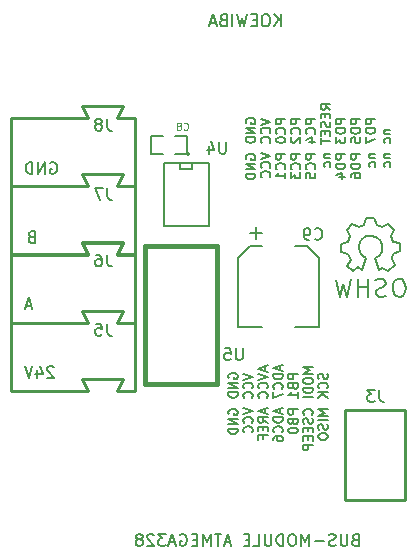
<source format=gbr>
G04 #@! TF.FileFunction,Legend,Bot*
%FSLAX46Y46*%
G04 Gerber Fmt 4.6, Leading zero omitted, Abs format (unit mm)*
G04 Created by KiCad (PCBNEW (2015-08-30 BZR 6133)-product) date Fr 30 Okt 2015 20:46:54 CET*
%MOMM*%
G01*
G04 APERTURE LIST*
%ADD10C,0.100000*%
%ADD11C,0.150000*%
%ADD12C,0.200000*%
%ADD13C,0.254000*%
%ADD14C,0.127000*%
%ADD15C,0.203200*%
%ADD16C,0.381000*%
%ADD17C,0.101600*%
G04 APERTURE END LIST*
D10*
D11*
X103001190Y-78462381D02*
X103001190Y-77462381D01*
X102429761Y-78462381D02*
X102858333Y-77890952D01*
X102429761Y-77462381D02*
X103001190Y-78033810D01*
X101810714Y-77462381D02*
X101620237Y-77462381D01*
X101524999Y-77510000D01*
X101429761Y-77605238D01*
X101382142Y-77795714D01*
X101382142Y-78129048D01*
X101429761Y-78319524D01*
X101524999Y-78414762D01*
X101620237Y-78462381D01*
X101810714Y-78462381D01*
X101905952Y-78414762D01*
X102001190Y-78319524D01*
X102048809Y-78129048D01*
X102048809Y-77795714D01*
X102001190Y-77605238D01*
X101905952Y-77510000D01*
X101810714Y-77462381D01*
X100953571Y-77938571D02*
X100620237Y-77938571D01*
X100477380Y-78462381D02*
X100953571Y-78462381D01*
X100953571Y-77462381D01*
X100477380Y-77462381D01*
X100144047Y-77462381D02*
X99905952Y-78462381D01*
X99715475Y-77748095D01*
X99524999Y-78462381D01*
X99286904Y-77462381D01*
X98905952Y-78462381D02*
X98905952Y-77462381D01*
X98096428Y-77938571D02*
X97953571Y-77986190D01*
X97905952Y-78033810D01*
X97858333Y-78129048D01*
X97858333Y-78271905D01*
X97905952Y-78367143D01*
X97953571Y-78414762D01*
X98048809Y-78462381D01*
X98429762Y-78462381D01*
X98429762Y-77462381D01*
X98096428Y-77462381D01*
X98001190Y-77510000D01*
X97953571Y-77557619D01*
X97905952Y-77652857D01*
X97905952Y-77748095D01*
X97953571Y-77843333D01*
X98001190Y-77890952D01*
X98096428Y-77938571D01*
X98429762Y-77938571D01*
X97477381Y-78176667D02*
X97001190Y-78176667D01*
X97572619Y-78462381D02*
X97239286Y-77462381D01*
X96905952Y-78462381D01*
X100085000Y-86661429D02*
X100046905Y-86585238D01*
X100046905Y-86470953D01*
X100085000Y-86356667D01*
X100161190Y-86280476D01*
X100237381Y-86242381D01*
X100389762Y-86204286D01*
X100504048Y-86204286D01*
X100656429Y-86242381D01*
X100732619Y-86280476D01*
X100808810Y-86356667D01*
X100846905Y-86470953D01*
X100846905Y-86547143D01*
X100808810Y-86661429D01*
X100770714Y-86699524D01*
X100504048Y-86699524D01*
X100504048Y-86547143D01*
X100846905Y-87042381D02*
X100046905Y-87042381D01*
X100846905Y-87499524D01*
X100046905Y-87499524D01*
X100846905Y-87880476D02*
X100046905Y-87880476D01*
X100046905Y-88070952D01*
X100085000Y-88185238D01*
X100161190Y-88261429D01*
X100237381Y-88299524D01*
X100389762Y-88337619D01*
X100504048Y-88337619D01*
X100656429Y-88299524D01*
X100732619Y-88261429D01*
X100808810Y-88185238D01*
X100846905Y-88070952D01*
X100846905Y-87880476D01*
X101316905Y-86280476D02*
X102116905Y-86547143D01*
X101316905Y-86813810D01*
X102040714Y-87537619D02*
X102078810Y-87499524D01*
X102116905Y-87385238D01*
X102116905Y-87309048D01*
X102078810Y-87194762D01*
X102002619Y-87118571D01*
X101926429Y-87080476D01*
X101774048Y-87042381D01*
X101659762Y-87042381D01*
X101507381Y-87080476D01*
X101431190Y-87118571D01*
X101355000Y-87194762D01*
X101316905Y-87309048D01*
X101316905Y-87385238D01*
X101355000Y-87499524D01*
X101393095Y-87537619D01*
X102040714Y-88337619D02*
X102078810Y-88299524D01*
X102116905Y-88185238D01*
X102116905Y-88109048D01*
X102078810Y-87994762D01*
X102002619Y-87918571D01*
X101926429Y-87880476D01*
X101774048Y-87842381D01*
X101659762Y-87842381D01*
X101507381Y-87880476D01*
X101431190Y-87918571D01*
X101355000Y-87994762D01*
X101316905Y-88109048D01*
X101316905Y-88185238D01*
X101355000Y-88299524D01*
X101393095Y-88337619D01*
X103386905Y-86318571D02*
X102586905Y-86318571D01*
X102586905Y-86623333D01*
X102625000Y-86699524D01*
X102663095Y-86737619D01*
X102739286Y-86775714D01*
X102853571Y-86775714D01*
X102929762Y-86737619D01*
X102967857Y-86699524D01*
X103005952Y-86623333D01*
X103005952Y-86318571D01*
X103310714Y-87575714D02*
X103348810Y-87537619D01*
X103386905Y-87423333D01*
X103386905Y-87347143D01*
X103348810Y-87232857D01*
X103272619Y-87156666D01*
X103196429Y-87118571D01*
X103044048Y-87080476D01*
X102929762Y-87080476D01*
X102777381Y-87118571D01*
X102701190Y-87156666D01*
X102625000Y-87232857D01*
X102586905Y-87347143D01*
X102586905Y-87423333D01*
X102625000Y-87537619D01*
X102663095Y-87575714D01*
X102586905Y-88070952D02*
X102586905Y-88147143D01*
X102625000Y-88223333D01*
X102663095Y-88261428D01*
X102739286Y-88299524D01*
X102891667Y-88337619D01*
X103082143Y-88337619D01*
X103234524Y-88299524D01*
X103310714Y-88261428D01*
X103348810Y-88223333D01*
X103386905Y-88147143D01*
X103386905Y-88070952D01*
X103348810Y-87994762D01*
X103310714Y-87956666D01*
X103234524Y-87918571D01*
X103082143Y-87880476D01*
X102891667Y-87880476D01*
X102739286Y-87918571D01*
X102663095Y-87956666D01*
X102625000Y-87994762D01*
X102586905Y-88070952D01*
X104656905Y-86318571D02*
X103856905Y-86318571D01*
X103856905Y-86623333D01*
X103895000Y-86699524D01*
X103933095Y-86737619D01*
X104009286Y-86775714D01*
X104123571Y-86775714D01*
X104199762Y-86737619D01*
X104237857Y-86699524D01*
X104275952Y-86623333D01*
X104275952Y-86318571D01*
X104580714Y-87575714D02*
X104618810Y-87537619D01*
X104656905Y-87423333D01*
X104656905Y-87347143D01*
X104618810Y-87232857D01*
X104542619Y-87156666D01*
X104466429Y-87118571D01*
X104314048Y-87080476D01*
X104199762Y-87080476D01*
X104047381Y-87118571D01*
X103971190Y-87156666D01*
X103895000Y-87232857D01*
X103856905Y-87347143D01*
X103856905Y-87423333D01*
X103895000Y-87537619D01*
X103933095Y-87575714D01*
X103933095Y-87880476D02*
X103895000Y-87918571D01*
X103856905Y-87994762D01*
X103856905Y-88185238D01*
X103895000Y-88261428D01*
X103933095Y-88299524D01*
X104009286Y-88337619D01*
X104085476Y-88337619D01*
X104199762Y-88299524D01*
X104656905Y-87842381D01*
X104656905Y-88337619D01*
X105926905Y-86318571D02*
X105126905Y-86318571D01*
X105126905Y-86623333D01*
X105165000Y-86699524D01*
X105203095Y-86737619D01*
X105279286Y-86775714D01*
X105393571Y-86775714D01*
X105469762Y-86737619D01*
X105507857Y-86699524D01*
X105545952Y-86623333D01*
X105545952Y-86318571D01*
X105850714Y-87575714D02*
X105888810Y-87537619D01*
X105926905Y-87423333D01*
X105926905Y-87347143D01*
X105888810Y-87232857D01*
X105812619Y-87156666D01*
X105736429Y-87118571D01*
X105584048Y-87080476D01*
X105469762Y-87080476D01*
X105317381Y-87118571D01*
X105241190Y-87156666D01*
X105165000Y-87232857D01*
X105126905Y-87347143D01*
X105126905Y-87423333D01*
X105165000Y-87537619D01*
X105203095Y-87575714D01*
X105393571Y-88261428D02*
X105926905Y-88261428D01*
X105088810Y-88070952D02*
X105660238Y-87880476D01*
X105660238Y-88375714D01*
X107196905Y-85518570D02*
X106815952Y-85251903D01*
X107196905Y-85061427D02*
X106396905Y-85061427D01*
X106396905Y-85366189D01*
X106435000Y-85442380D01*
X106473095Y-85480475D01*
X106549286Y-85518570D01*
X106663571Y-85518570D01*
X106739762Y-85480475D01*
X106777857Y-85442380D01*
X106815952Y-85366189D01*
X106815952Y-85061427D01*
X106777857Y-85861427D02*
X106777857Y-86128094D01*
X107196905Y-86242380D02*
X107196905Y-85861427D01*
X106396905Y-85861427D01*
X106396905Y-86242380D01*
X107158810Y-86547142D02*
X107196905Y-86661428D01*
X107196905Y-86851904D01*
X107158810Y-86928094D01*
X107120714Y-86966190D01*
X107044524Y-87004285D01*
X106968333Y-87004285D01*
X106892143Y-86966190D01*
X106854048Y-86928094D01*
X106815952Y-86851904D01*
X106777857Y-86699523D01*
X106739762Y-86623332D01*
X106701667Y-86585237D01*
X106625476Y-86547142D01*
X106549286Y-86547142D01*
X106473095Y-86585237D01*
X106435000Y-86623332D01*
X106396905Y-86699523D01*
X106396905Y-86889999D01*
X106435000Y-87004285D01*
X106777857Y-87347142D02*
X106777857Y-87613809D01*
X107196905Y-87728095D02*
X107196905Y-87347142D01*
X106396905Y-87347142D01*
X106396905Y-87728095D01*
X106396905Y-87956666D02*
X106396905Y-88413809D01*
X107196905Y-88185238D02*
X106396905Y-88185238D01*
X108466905Y-86318571D02*
X107666905Y-86318571D01*
X107666905Y-86623333D01*
X107705000Y-86699524D01*
X107743095Y-86737619D01*
X107819286Y-86775714D01*
X107933571Y-86775714D01*
X108009762Y-86737619D01*
X108047857Y-86699524D01*
X108085952Y-86623333D01*
X108085952Y-86318571D01*
X108466905Y-87118571D02*
X107666905Y-87118571D01*
X107666905Y-87309047D01*
X107705000Y-87423333D01*
X107781190Y-87499524D01*
X107857381Y-87537619D01*
X108009762Y-87575714D01*
X108124048Y-87575714D01*
X108276429Y-87537619D01*
X108352619Y-87499524D01*
X108428810Y-87423333D01*
X108466905Y-87309047D01*
X108466905Y-87118571D01*
X107666905Y-87842381D02*
X107666905Y-88337619D01*
X107971667Y-88070952D01*
X107971667Y-88185238D01*
X108009762Y-88261428D01*
X108047857Y-88299524D01*
X108124048Y-88337619D01*
X108314524Y-88337619D01*
X108390714Y-88299524D01*
X108428810Y-88261428D01*
X108466905Y-88185238D01*
X108466905Y-87956666D01*
X108428810Y-87880476D01*
X108390714Y-87842381D01*
X109736905Y-86318571D02*
X108936905Y-86318571D01*
X108936905Y-86623333D01*
X108975000Y-86699524D01*
X109013095Y-86737619D01*
X109089286Y-86775714D01*
X109203571Y-86775714D01*
X109279762Y-86737619D01*
X109317857Y-86699524D01*
X109355952Y-86623333D01*
X109355952Y-86318571D01*
X109736905Y-87118571D02*
X108936905Y-87118571D01*
X108936905Y-87309047D01*
X108975000Y-87423333D01*
X109051190Y-87499524D01*
X109127381Y-87537619D01*
X109279762Y-87575714D01*
X109394048Y-87575714D01*
X109546429Y-87537619D01*
X109622619Y-87499524D01*
X109698810Y-87423333D01*
X109736905Y-87309047D01*
X109736905Y-87118571D01*
X108936905Y-88299524D02*
X108936905Y-87918571D01*
X109317857Y-87880476D01*
X109279762Y-87918571D01*
X109241667Y-87994762D01*
X109241667Y-88185238D01*
X109279762Y-88261428D01*
X109317857Y-88299524D01*
X109394048Y-88337619D01*
X109584524Y-88337619D01*
X109660714Y-88299524D01*
X109698810Y-88261428D01*
X109736905Y-88185238D01*
X109736905Y-87994762D01*
X109698810Y-87918571D01*
X109660714Y-87880476D01*
X111006905Y-86318571D02*
X110206905Y-86318571D01*
X110206905Y-86623333D01*
X110245000Y-86699524D01*
X110283095Y-86737619D01*
X110359286Y-86775714D01*
X110473571Y-86775714D01*
X110549762Y-86737619D01*
X110587857Y-86699524D01*
X110625952Y-86623333D01*
X110625952Y-86318571D01*
X111006905Y-87118571D02*
X110206905Y-87118571D01*
X110206905Y-87309047D01*
X110245000Y-87423333D01*
X110321190Y-87499524D01*
X110397381Y-87537619D01*
X110549762Y-87575714D01*
X110664048Y-87575714D01*
X110816429Y-87537619D01*
X110892619Y-87499524D01*
X110968810Y-87423333D01*
X111006905Y-87309047D01*
X111006905Y-87118571D01*
X110206905Y-87842381D02*
X110206905Y-88375714D01*
X111006905Y-88032857D01*
X111743571Y-87270952D02*
X112276905Y-87270952D01*
X111819762Y-87270952D02*
X111781667Y-87309047D01*
X111743571Y-87385238D01*
X111743571Y-87499524D01*
X111781667Y-87575714D01*
X111857857Y-87613809D01*
X112276905Y-87613809D01*
X112238810Y-88337619D02*
X112276905Y-88261429D01*
X112276905Y-88109048D01*
X112238810Y-88032857D01*
X112200714Y-87994762D01*
X112124524Y-87956667D01*
X111895952Y-87956667D01*
X111819762Y-87994762D01*
X111781667Y-88032857D01*
X111743571Y-88109048D01*
X111743571Y-88261429D01*
X111781667Y-88337619D01*
D12*
X83494714Y-90022000D02*
X83589952Y-89974381D01*
X83732809Y-89974381D01*
X83875667Y-90022000D01*
X83970905Y-90117238D01*
X84018524Y-90212476D01*
X84066143Y-90402952D01*
X84066143Y-90545810D01*
X84018524Y-90736286D01*
X83970905Y-90831524D01*
X83875667Y-90926762D01*
X83732809Y-90974381D01*
X83637571Y-90974381D01*
X83494714Y-90926762D01*
X83447095Y-90879143D01*
X83447095Y-90545810D01*
X83637571Y-90545810D01*
X83018524Y-90974381D02*
X83018524Y-89974381D01*
X82447095Y-90974381D01*
X82447095Y-89974381D01*
X81970905Y-90974381D02*
X81970905Y-89974381D01*
X81732810Y-89974381D01*
X81589952Y-90022000D01*
X81494714Y-90117238D01*
X81447095Y-90212476D01*
X81399476Y-90402952D01*
X81399476Y-90545810D01*
X81447095Y-90736286D01*
X81494714Y-90831524D01*
X81589952Y-90926762D01*
X81732810Y-90974381D01*
X81970905Y-90974381D01*
X81891571Y-96292571D02*
X81748714Y-96340190D01*
X81701095Y-96387810D01*
X81653476Y-96483048D01*
X81653476Y-96625905D01*
X81701095Y-96721143D01*
X81748714Y-96768762D01*
X81843952Y-96816381D01*
X82224905Y-96816381D01*
X82224905Y-95816381D01*
X81891571Y-95816381D01*
X81796333Y-95864000D01*
X81748714Y-95911619D01*
X81701095Y-96006857D01*
X81701095Y-96102095D01*
X81748714Y-96197333D01*
X81796333Y-96244952D01*
X81891571Y-96292571D01*
X82224905Y-96292571D01*
X81875667Y-102118667D02*
X81399476Y-102118667D01*
X81970905Y-102404381D02*
X81637572Y-101404381D01*
X81304238Y-102404381D01*
X83780429Y-107341619D02*
X83732810Y-107294000D01*
X83637572Y-107246381D01*
X83399476Y-107246381D01*
X83304238Y-107294000D01*
X83256619Y-107341619D01*
X83209000Y-107436857D01*
X83209000Y-107532095D01*
X83256619Y-107674952D01*
X83828048Y-108246381D01*
X83209000Y-108246381D01*
X82351857Y-107579714D02*
X82351857Y-108246381D01*
X82589953Y-107198762D02*
X82828048Y-107913048D01*
X82209000Y-107913048D01*
X81970905Y-107246381D02*
X81637572Y-108246381D01*
X81304238Y-107246381D01*
D11*
X98590000Y-111324524D02*
X98551905Y-111248333D01*
X98551905Y-111134048D01*
X98590000Y-111019762D01*
X98666190Y-110943571D01*
X98742381Y-110905476D01*
X98894762Y-110867381D01*
X99009048Y-110867381D01*
X99161429Y-110905476D01*
X99237619Y-110943571D01*
X99313810Y-111019762D01*
X99351905Y-111134048D01*
X99351905Y-111210238D01*
X99313810Y-111324524D01*
X99275714Y-111362619D01*
X99009048Y-111362619D01*
X99009048Y-111210238D01*
X99351905Y-111705476D02*
X98551905Y-111705476D01*
X99351905Y-112162619D01*
X98551905Y-112162619D01*
X99351905Y-112543571D02*
X98551905Y-112543571D01*
X98551905Y-112734047D01*
X98590000Y-112848333D01*
X98666190Y-112924524D01*
X98742381Y-112962619D01*
X98894762Y-113000714D01*
X99009048Y-113000714D01*
X99161429Y-112962619D01*
X99237619Y-112924524D01*
X99313810Y-112848333D01*
X99351905Y-112734047D01*
X99351905Y-112543571D01*
X99821905Y-110791190D02*
X100621905Y-111057857D01*
X99821905Y-111324524D01*
X100545714Y-112048333D02*
X100583810Y-112010238D01*
X100621905Y-111895952D01*
X100621905Y-111819762D01*
X100583810Y-111705476D01*
X100507619Y-111629285D01*
X100431429Y-111591190D01*
X100279048Y-111553095D01*
X100164762Y-111553095D01*
X100012381Y-111591190D01*
X99936190Y-111629285D01*
X99860000Y-111705476D01*
X99821905Y-111819762D01*
X99821905Y-111895952D01*
X99860000Y-112010238D01*
X99898095Y-112048333D01*
X100545714Y-112848333D02*
X100583810Y-112810238D01*
X100621905Y-112695952D01*
X100621905Y-112619762D01*
X100583810Y-112505476D01*
X100507619Y-112429285D01*
X100431429Y-112391190D01*
X100279048Y-112353095D01*
X100164762Y-112353095D01*
X100012381Y-112391190D01*
X99936190Y-112429285D01*
X99860000Y-112505476D01*
X99821905Y-112619762D01*
X99821905Y-112695952D01*
X99860000Y-112810238D01*
X99898095Y-112848333D01*
X101663333Y-110867381D02*
X101663333Y-111248333D01*
X101891905Y-110791190D02*
X101091905Y-111057857D01*
X101891905Y-111324524D01*
X101891905Y-112048333D02*
X101510952Y-111781666D01*
X101891905Y-111591190D02*
X101091905Y-111591190D01*
X101091905Y-111895952D01*
X101130000Y-111972143D01*
X101168095Y-112010238D01*
X101244286Y-112048333D01*
X101358571Y-112048333D01*
X101434762Y-112010238D01*
X101472857Y-111972143D01*
X101510952Y-111895952D01*
X101510952Y-111591190D01*
X101472857Y-112391190D02*
X101472857Y-112657857D01*
X101891905Y-112772143D02*
X101891905Y-112391190D01*
X101091905Y-112391190D01*
X101091905Y-112772143D01*
X101472857Y-113381667D02*
X101472857Y-113115000D01*
X101891905Y-113115000D02*
X101091905Y-113115000D01*
X101091905Y-113495953D01*
X102933333Y-110867381D02*
X102933333Y-111248333D01*
X103161905Y-110791190D02*
X102361905Y-111057857D01*
X103161905Y-111324524D01*
X103161905Y-111591190D02*
X102361905Y-111591190D01*
X102361905Y-111781666D01*
X102400000Y-111895952D01*
X102476190Y-111972143D01*
X102552381Y-112010238D01*
X102704762Y-112048333D01*
X102819048Y-112048333D01*
X102971429Y-112010238D01*
X103047619Y-111972143D01*
X103123810Y-111895952D01*
X103161905Y-111781666D01*
X103161905Y-111591190D01*
X103085714Y-112848333D02*
X103123810Y-112810238D01*
X103161905Y-112695952D01*
X103161905Y-112619762D01*
X103123810Y-112505476D01*
X103047619Y-112429285D01*
X102971429Y-112391190D01*
X102819048Y-112353095D01*
X102704762Y-112353095D01*
X102552381Y-112391190D01*
X102476190Y-112429285D01*
X102400000Y-112505476D01*
X102361905Y-112619762D01*
X102361905Y-112695952D01*
X102400000Y-112810238D01*
X102438095Y-112848333D01*
X102361905Y-113534047D02*
X102361905Y-113381666D01*
X102400000Y-113305476D01*
X102438095Y-113267381D01*
X102552381Y-113191190D01*
X102704762Y-113153095D01*
X103009524Y-113153095D01*
X103085714Y-113191190D01*
X103123810Y-113229285D01*
X103161905Y-113305476D01*
X103161905Y-113457857D01*
X103123810Y-113534047D01*
X103085714Y-113572143D01*
X103009524Y-113610238D01*
X102819048Y-113610238D01*
X102742857Y-113572143D01*
X102704762Y-113534047D01*
X102666667Y-113457857D01*
X102666667Y-113305476D01*
X102704762Y-113229285D01*
X102742857Y-113191190D01*
X102819048Y-113153095D01*
X104431905Y-110905476D02*
X103631905Y-110905476D01*
X103631905Y-111210238D01*
X103670000Y-111286429D01*
X103708095Y-111324524D01*
X103784286Y-111362619D01*
X103898571Y-111362619D01*
X103974762Y-111324524D01*
X104012857Y-111286429D01*
X104050952Y-111210238D01*
X104050952Y-110905476D01*
X104012857Y-111972143D02*
X104050952Y-112086429D01*
X104089048Y-112124524D01*
X104165238Y-112162619D01*
X104279524Y-112162619D01*
X104355714Y-112124524D01*
X104393810Y-112086429D01*
X104431905Y-112010238D01*
X104431905Y-111705476D01*
X103631905Y-111705476D01*
X103631905Y-111972143D01*
X103670000Y-112048333D01*
X103708095Y-112086429D01*
X103784286Y-112124524D01*
X103860476Y-112124524D01*
X103936667Y-112086429D01*
X103974762Y-112048333D01*
X104012857Y-111972143D01*
X104012857Y-111705476D01*
X103631905Y-112657857D02*
X103631905Y-112734048D01*
X103670000Y-112810238D01*
X103708095Y-112848333D01*
X103784286Y-112886429D01*
X103936667Y-112924524D01*
X104127143Y-112924524D01*
X104279524Y-112886429D01*
X104355714Y-112848333D01*
X104393810Y-112810238D01*
X104431905Y-112734048D01*
X104431905Y-112657857D01*
X104393810Y-112581667D01*
X104355714Y-112543571D01*
X104279524Y-112505476D01*
X104127143Y-112467381D01*
X103936667Y-112467381D01*
X103784286Y-112505476D01*
X103708095Y-112543571D01*
X103670000Y-112581667D01*
X103631905Y-112657857D01*
X105625714Y-111362619D02*
X105663810Y-111324524D01*
X105701905Y-111210238D01*
X105701905Y-111134048D01*
X105663810Y-111019762D01*
X105587619Y-110943571D01*
X105511429Y-110905476D01*
X105359048Y-110867381D01*
X105244762Y-110867381D01*
X105092381Y-110905476D01*
X105016190Y-110943571D01*
X104940000Y-111019762D01*
X104901905Y-111134048D01*
X104901905Y-111210238D01*
X104940000Y-111324524D01*
X104978095Y-111362619D01*
X105663810Y-111667381D02*
X105701905Y-111781667D01*
X105701905Y-111972143D01*
X105663810Y-112048333D01*
X105625714Y-112086429D01*
X105549524Y-112124524D01*
X105473333Y-112124524D01*
X105397143Y-112086429D01*
X105359048Y-112048333D01*
X105320952Y-111972143D01*
X105282857Y-111819762D01*
X105244762Y-111743571D01*
X105206667Y-111705476D01*
X105130476Y-111667381D01*
X105054286Y-111667381D01*
X104978095Y-111705476D01*
X104940000Y-111743571D01*
X104901905Y-111819762D01*
X104901905Y-112010238D01*
X104940000Y-112124524D01*
X105282857Y-112467381D02*
X105282857Y-112734048D01*
X105701905Y-112848334D02*
X105701905Y-112467381D01*
X104901905Y-112467381D01*
X104901905Y-112848334D01*
X105282857Y-113191191D02*
X105282857Y-113457858D01*
X105701905Y-113572144D02*
X105701905Y-113191191D01*
X104901905Y-113191191D01*
X104901905Y-113572144D01*
X105701905Y-113915001D02*
X104901905Y-113915001D01*
X104901905Y-114219763D01*
X104940000Y-114295954D01*
X104978095Y-114334049D01*
X105054286Y-114372144D01*
X105168571Y-114372144D01*
X105244762Y-114334049D01*
X105282857Y-114295954D01*
X105320952Y-114219763D01*
X105320952Y-113915001D01*
X106971905Y-110905476D02*
X106171905Y-110905476D01*
X106743333Y-111172143D01*
X106171905Y-111438810D01*
X106971905Y-111438810D01*
X106971905Y-111819762D02*
X106171905Y-111819762D01*
X106933810Y-112162619D02*
X106971905Y-112276905D01*
X106971905Y-112467381D01*
X106933810Y-112543571D01*
X106895714Y-112581667D01*
X106819524Y-112619762D01*
X106743333Y-112619762D01*
X106667143Y-112581667D01*
X106629048Y-112543571D01*
X106590952Y-112467381D01*
X106552857Y-112315000D01*
X106514762Y-112238809D01*
X106476667Y-112200714D01*
X106400476Y-112162619D01*
X106324286Y-112162619D01*
X106248095Y-112200714D01*
X106210000Y-112238809D01*
X106171905Y-112315000D01*
X106171905Y-112505476D01*
X106210000Y-112619762D01*
X106171905Y-113115000D02*
X106171905Y-113267381D01*
X106210000Y-113343572D01*
X106286190Y-113419762D01*
X106438571Y-113457857D01*
X106705238Y-113457857D01*
X106857619Y-113419762D01*
X106933810Y-113343572D01*
X106971905Y-113267381D01*
X106971905Y-113115000D01*
X106933810Y-113038810D01*
X106857619Y-112962619D01*
X106705238Y-112924524D01*
X106438571Y-112924524D01*
X106286190Y-112962619D01*
X106210000Y-113038810D01*
X106171905Y-113115000D01*
X98590000Y-108251429D02*
X98551905Y-108175238D01*
X98551905Y-108060953D01*
X98590000Y-107946667D01*
X98666190Y-107870476D01*
X98742381Y-107832381D01*
X98894762Y-107794286D01*
X99009048Y-107794286D01*
X99161429Y-107832381D01*
X99237619Y-107870476D01*
X99313810Y-107946667D01*
X99351905Y-108060953D01*
X99351905Y-108137143D01*
X99313810Y-108251429D01*
X99275714Y-108289524D01*
X99009048Y-108289524D01*
X99009048Y-108137143D01*
X99351905Y-108632381D02*
X98551905Y-108632381D01*
X99351905Y-109089524D01*
X98551905Y-109089524D01*
X99351905Y-109470476D02*
X98551905Y-109470476D01*
X98551905Y-109660952D01*
X98590000Y-109775238D01*
X98666190Y-109851429D01*
X98742381Y-109889524D01*
X98894762Y-109927619D01*
X99009048Y-109927619D01*
X99161429Y-109889524D01*
X99237619Y-109851429D01*
X99313810Y-109775238D01*
X99351905Y-109660952D01*
X99351905Y-109470476D01*
X99821905Y-107870476D02*
X100621905Y-108137143D01*
X99821905Y-108403810D01*
X100545714Y-109127619D02*
X100583810Y-109089524D01*
X100621905Y-108975238D01*
X100621905Y-108899048D01*
X100583810Y-108784762D01*
X100507619Y-108708571D01*
X100431429Y-108670476D01*
X100279048Y-108632381D01*
X100164762Y-108632381D01*
X100012381Y-108670476D01*
X99936190Y-108708571D01*
X99860000Y-108784762D01*
X99821905Y-108899048D01*
X99821905Y-108975238D01*
X99860000Y-109089524D01*
X99898095Y-109127619D01*
X100545714Y-109927619D02*
X100583810Y-109889524D01*
X100621905Y-109775238D01*
X100621905Y-109699048D01*
X100583810Y-109584762D01*
X100507619Y-109508571D01*
X100431429Y-109470476D01*
X100279048Y-109432381D01*
X100164762Y-109432381D01*
X100012381Y-109470476D01*
X99936190Y-109508571D01*
X99860000Y-109584762D01*
X99821905Y-109699048D01*
X99821905Y-109775238D01*
X99860000Y-109889524D01*
X99898095Y-109927619D01*
X101663333Y-107260953D02*
X101663333Y-107641905D01*
X101891905Y-107184762D02*
X101091905Y-107451429D01*
X101891905Y-107718096D01*
X101091905Y-107870476D02*
X101891905Y-108137143D01*
X101091905Y-108403810D01*
X101815714Y-109127619D02*
X101853810Y-109089524D01*
X101891905Y-108975238D01*
X101891905Y-108899048D01*
X101853810Y-108784762D01*
X101777619Y-108708571D01*
X101701429Y-108670476D01*
X101549048Y-108632381D01*
X101434762Y-108632381D01*
X101282381Y-108670476D01*
X101206190Y-108708571D01*
X101130000Y-108784762D01*
X101091905Y-108899048D01*
X101091905Y-108975238D01*
X101130000Y-109089524D01*
X101168095Y-109127619D01*
X101815714Y-109927619D02*
X101853810Y-109889524D01*
X101891905Y-109775238D01*
X101891905Y-109699048D01*
X101853810Y-109584762D01*
X101777619Y-109508571D01*
X101701429Y-109470476D01*
X101549048Y-109432381D01*
X101434762Y-109432381D01*
X101282381Y-109470476D01*
X101206190Y-109508571D01*
X101130000Y-109584762D01*
X101091905Y-109699048D01*
X101091905Y-109775238D01*
X101130000Y-109889524D01*
X101168095Y-109927619D01*
X102933333Y-107184762D02*
X102933333Y-107565714D01*
X103161905Y-107108571D02*
X102361905Y-107375238D01*
X103161905Y-107641905D01*
X103161905Y-107908571D02*
X102361905Y-107908571D01*
X102361905Y-108099047D01*
X102400000Y-108213333D01*
X102476190Y-108289524D01*
X102552381Y-108327619D01*
X102704762Y-108365714D01*
X102819048Y-108365714D01*
X102971429Y-108327619D01*
X103047619Y-108289524D01*
X103123810Y-108213333D01*
X103161905Y-108099047D01*
X103161905Y-107908571D01*
X103085714Y-109165714D02*
X103123810Y-109127619D01*
X103161905Y-109013333D01*
X103161905Y-108937143D01*
X103123810Y-108822857D01*
X103047619Y-108746666D01*
X102971429Y-108708571D01*
X102819048Y-108670476D01*
X102704762Y-108670476D01*
X102552381Y-108708571D01*
X102476190Y-108746666D01*
X102400000Y-108822857D01*
X102361905Y-108937143D01*
X102361905Y-109013333D01*
X102400000Y-109127619D01*
X102438095Y-109165714D01*
X102361905Y-109432381D02*
X102361905Y-109965714D01*
X103161905Y-109622857D01*
X104431905Y-107908571D02*
X103631905Y-107908571D01*
X103631905Y-108213333D01*
X103670000Y-108289524D01*
X103708095Y-108327619D01*
X103784286Y-108365714D01*
X103898571Y-108365714D01*
X103974762Y-108327619D01*
X104012857Y-108289524D01*
X104050952Y-108213333D01*
X104050952Y-107908571D01*
X104012857Y-108975238D02*
X104050952Y-109089524D01*
X104089048Y-109127619D01*
X104165238Y-109165714D01*
X104279524Y-109165714D01*
X104355714Y-109127619D01*
X104393810Y-109089524D01*
X104431905Y-109013333D01*
X104431905Y-108708571D01*
X103631905Y-108708571D01*
X103631905Y-108975238D01*
X103670000Y-109051428D01*
X103708095Y-109089524D01*
X103784286Y-109127619D01*
X103860476Y-109127619D01*
X103936667Y-109089524D01*
X103974762Y-109051428D01*
X104012857Y-108975238D01*
X104012857Y-108708571D01*
X104431905Y-109927619D02*
X104431905Y-109470476D01*
X104431905Y-109699047D02*
X103631905Y-109699047D01*
X103746190Y-109622857D01*
X103822381Y-109546666D01*
X103860476Y-109470476D01*
X105701905Y-107337143D02*
X104901905Y-107337143D01*
X105473333Y-107603810D01*
X104901905Y-107870477D01*
X105701905Y-107870477D01*
X104901905Y-108403810D02*
X104901905Y-108556191D01*
X104940000Y-108632382D01*
X105016190Y-108708572D01*
X105168571Y-108746667D01*
X105435238Y-108746667D01*
X105587619Y-108708572D01*
X105663810Y-108632382D01*
X105701905Y-108556191D01*
X105701905Y-108403810D01*
X105663810Y-108327620D01*
X105587619Y-108251429D01*
X105435238Y-108213334D01*
X105168571Y-108213334D01*
X105016190Y-108251429D01*
X104940000Y-108327620D01*
X104901905Y-108403810D01*
X105701905Y-109089524D02*
X104901905Y-109089524D01*
X104901905Y-109280000D01*
X104940000Y-109394286D01*
X105016190Y-109470477D01*
X105092381Y-109508572D01*
X105244762Y-109546667D01*
X105359048Y-109546667D01*
X105511429Y-109508572D01*
X105587619Y-109470477D01*
X105663810Y-109394286D01*
X105701905Y-109280000D01*
X105701905Y-109089524D01*
X105701905Y-109889524D02*
X104901905Y-109889524D01*
X106933810Y-107870476D02*
X106971905Y-107984762D01*
X106971905Y-108175238D01*
X106933810Y-108251428D01*
X106895714Y-108289524D01*
X106819524Y-108327619D01*
X106743333Y-108327619D01*
X106667143Y-108289524D01*
X106629048Y-108251428D01*
X106590952Y-108175238D01*
X106552857Y-108022857D01*
X106514762Y-107946666D01*
X106476667Y-107908571D01*
X106400476Y-107870476D01*
X106324286Y-107870476D01*
X106248095Y-107908571D01*
X106210000Y-107946666D01*
X106171905Y-108022857D01*
X106171905Y-108213333D01*
X106210000Y-108327619D01*
X106895714Y-109127619D02*
X106933810Y-109089524D01*
X106971905Y-108975238D01*
X106971905Y-108899048D01*
X106933810Y-108784762D01*
X106857619Y-108708571D01*
X106781429Y-108670476D01*
X106629048Y-108632381D01*
X106514762Y-108632381D01*
X106362381Y-108670476D01*
X106286190Y-108708571D01*
X106210000Y-108784762D01*
X106171905Y-108899048D01*
X106171905Y-108975238D01*
X106210000Y-109089524D01*
X106248095Y-109127619D01*
X106971905Y-109470476D02*
X106171905Y-109470476D01*
X106971905Y-109927619D02*
X106514762Y-109584762D01*
X106171905Y-109927619D02*
X106629048Y-109470476D01*
X109295238Y-121928571D02*
X109152381Y-121976190D01*
X109104762Y-122023810D01*
X109057143Y-122119048D01*
X109057143Y-122261905D01*
X109104762Y-122357143D01*
X109152381Y-122404762D01*
X109247619Y-122452381D01*
X109628572Y-122452381D01*
X109628572Y-121452381D01*
X109295238Y-121452381D01*
X109200000Y-121500000D01*
X109152381Y-121547619D01*
X109104762Y-121642857D01*
X109104762Y-121738095D01*
X109152381Y-121833333D01*
X109200000Y-121880952D01*
X109295238Y-121928571D01*
X109628572Y-121928571D01*
X108628572Y-121452381D02*
X108628572Y-122261905D01*
X108580953Y-122357143D01*
X108533334Y-122404762D01*
X108438096Y-122452381D01*
X108247619Y-122452381D01*
X108152381Y-122404762D01*
X108104762Y-122357143D01*
X108057143Y-122261905D01*
X108057143Y-121452381D01*
X107628572Y-122404762D02*
X107485715Y-122452381D01*
X107247619Y-122452381D01*
X107152381Y-122404762D01*
X107104762Y-122357143D01*
X107057143Y-122261905D01*
X107057143Y-122166667D01*
X107104762Y-122071429D01*
X107152381Y-122023810D01*
X107247619Y-121976190D01*
X107438096Y-121928571D01*
X107533334Y-121880952D01*
X107580953Y-121833333D01*
X107628572Y-121738095D01*
X107628572Y-121642857D01*
X107580953Y-121547619D01*
X107533334Y-121500000D01*
X107438096Y-121452381D01*
X107200000Y-121452381D01*
X107057143Y-121500000D01*
X106628572Y-122071429D02*
X105866667Y-122071429D01*
X105390477Y-122452381D02*
X105390477Y-121452381D01*
X105057143Y-122166667D01*
X104723810Y-121452381D01*
X104723810Y-122452381D01*
X104057144Y-121452381D02*
X103866667Y-121452381D01*
X103771429Y-121500000D01*
X103676191Y-121595238D01*
X103628572Y-121785714D01*
X103628572Y-122119048D01*
X103676191Y-122309524D01*
X103771429Y-122404762D01*
X103866667Y-122452381D01*
X104057144Y-122452381D01*
X104152382Y-122404762D01*
X104247620Y-122309524D01*
X104295239Y-122119048D01*
X104295239Y-121785714D01*
X104247620Y-121595238D01*
X104152382Y-121500000D01*
X104057144Y-121452381D01*
X103200001Y-122452381D02*
X103200001Y-121452381D01*
X102961906Y-121452381D01*
X102819048Y-121500000D01*
X102723810Y-121595238D01*
X102676191Y-121690476D01*
X102628572Y-121880952D01*
X102628572Y-122023810D01*
X102676191Y-122214286D01*
X102723810Y-122309524D01*
X102819048Y-122404762D01*
X102961906Y-122452381D01*
X103200001Y-122452381D01*
X102200001Y-121452381D02*
X102200001Y-122261905D01*
X102152382Y-122357143D01*
X102104763Y-122404762D01*
X102009525Y-122452381D01*
X101819048Y-122452381D01*
X101723810Y-122404762D01*
X101676191Y-122357143D01*
X101628572Y-122261905D01*
X101628572Y-121452381D01*
X100676191Y-122452381D02*
X101152382Y-122452381D01*
X101152382Y-121452381D01*
X100342858Y-121928571D02*
X100009524Y-121928571D01*
X99866667Y-122452381D02*
X100342858Y-122452381D01*
X100342858Y-121452381D01*
X99866667Y-121452381D01*
X98723810Y-122166667D02*
X98247619Y-122166667D01*
X98819048Y-122452381D02*
X98485715Y-121452381D01*
X98152381Y-122452381D01*
X97961905Y-121452381D02*
X97390476Y-121452381D01*
X97676191Y-122452381D02*
X97676191Y-121452381D01*
X97057143Y-122452381D02*
X97057143Y-121452381D01*
X96723809Y-122166667D01*
X96390476Y-121452381D01*
X96390476Y-122452381D01*
X95914286Y-121928571D02*
X95580952Y-121928571D01*
X95438095Y-122452381D02*
X95914286Y-122452381D01*
X95914286Y-121452381D01*
X95438095Y-121452381D01*
X94485714Y-121500000D02*
X94580952Y-121452381D01*
X94723809Y-121452381D01*
X94866667Y-121500000D01*
X94961905Y-121595238D01*
X95009524Y-121690476D01*
X95057143Y-121880952D01*
X95057143Y-122023810D01*
X95009524Y-122214286D01*
X94961905Y-122309524D01*
X94866667Y-122404762D01*
X94723809Y-122452381D01*
X94628571Y-122452381D01*
X94485714Y-122404762D01*
X94438095Y-122357143D01*
X94438095Y-122023810D01*
X94628571Y-122023810D01*
X94057143Y-122166667D02*
X93580952Y-122166667D01*
X94152381Y-122452381D02*
X93819048Y-121452381D01*
X93485714Y-122452381D01*
X93247619Y-121452381D02*
X92628571Y-121452381D01*
X92961905Y-121833333D01*
X92819047Y-121833333D01*
X92723809Y-121880952D01*
X92676190Y-121928571D01*
X92628571Y-122023810D01*
X92628571Y-122261905D01*
X92676190Y-122357143D01*
X92723809Y-122404762D01*
X92819047Y-122452381D01*
X93104762Y-122452381D01*
X93200000Y-122404762D01*
X93247619Y-122357143D01*
X92247619Y-121547619D02*
X92200000Y-121500000D01*
X92104762Y-121452381D01*
X91866666Y-121452381D01*
X91771428Y-121500000D01*
X91723809Y-121547619D01*
X91676190Y-121642857D01*
X91676190Y-121738095D01*
X91723809Y-121880952D01*
X92295238Y-122452381D01*
X91676190Y-122452381D01*
X91104762Y-121880952D02*
X91200000Y-121833333D01*
X91247619Y-121785714D01*
X91295238Y-121690476D01*
X91295238Y-121642857D01*
X91247619Y-121547619D01*
X91200000Y-121500000D01*
X91104762Y-121452381D01*
X90914285Y-121452381D01*
X90819047Y-121500000D01*
X90771428Y-121547619D01*
X90723809Y-121642857D01*
X90723809Y-121690476D01*
X90771428Y-121785714D01*
X90819047Y-121833333D01*
X90914285Y-121880952D01*
X91104762Y-121880952D01*
X91200000Y-121928571D01*
X91247619Y-121976190D01*
X91295238Y-122071429D01*
X91295238Y-122261905D01*
X91247619Y-122357143D01*
X91200000Y-122404762D01*
X91104762Y-122452381D01*
X90914285Y-122452381D01*
X90819047Y-122404762D01*
X90771428Y-122357143D01*
X90723809Y-122261905D01*
X90723809Y-122071429D01*
X90771428Y-121976190D01*
X90819047Y-121928571D01*
X90914285Y-121880952D01*
X100085000Y-89734524D02*
X100046905Y-89658333D01*
X100046905Y-89544048D01*
X100085000Y-89429762D01*
X100161190Y-89353571D01*
X100237381Y-89315476D01*
X100389762Y-89277381D01*
X100504048Y-89277381D01*
X100656429Y-89315476D01*
X100732619Y-89353571D01*
X100808810Y-89429762D01*
X100846905Y-89544048D01*
X100846905Y-89620238D01*
X100808810Y-89734524D01*
X100770714Y-89772619D01*
X100504048Y-89772619D01*
X100504048Y-89620238D01*
X100846905Y-90115476D02*
X100046905Y-90115476D01*
X100846905Y-90572619D01*
X100046905Y-90572619D01*
X100846905Y-90953571D02*
X100046905Y-90953571D01*
X100046905Y-91144047D01*
X100085000Y-91258333D01*
X100161190Y-91334524D01*
X100237381Y-91372619D01*
X100389762Y-91410714D01*
X100504048Y-91410714D01*
X100656429Y-91372619D01*
X100732619Y-91334524D01*
X100808810Y-91258333D01*
X100846905Y-91144047D01*
X100846905Y-90953571D01*
X101316905Y-89201190D02*
X102116905Y-89467857D01*
X101316905Y-89734524D01*
X102040714Y-90458333D02*
X102078810Y-90420238D01*
X102116905Y-90305952D01*
X102116905Y-90229762D01*
X102078810Y-90115476D01*
X102002619Y-90039285D01*
X101926429Y-90001190D01*
X101774048Y-89963095D01*
X101659762Y-89963095D01*
X101507381Y-90001190D01*
X101431190Y-90039285D01*
X101355000Y-90115476D01*
X101316905Y-90229762D01*
X101316905Y-90305952D01*
X101355000Y-90420238D01*
X101393095Y-90458333D01*
X102040714Y-91258333D02*
X102078810Y-91220238D01*
X102116905Y-91105952D01*
X102116905Y-91029762D01*
X102078810Y-90915476D01*
X102002619Y-90839285D01*
X101926429Y-90801190D01*
X101774048Y-90763095D01*
X101659762Y-90763095D01*
X101507381Y-90801190D01*
X101431190Y-90839285D01*
X101355000Y-90915476D01*
X101316905Y-91029762D01*
X101316905Y-91105952D01*
X101355000Y-91220238D01*
X101393095Y-91258333D01*
X103386905Y-89315476D02*
X102586905Y-89315476D01*
X102586905Y-89620238D01*
X102625000Y-89696429D01*
X102663095Y-89734524D01*
X102739286Y-89772619D01*
X102853571Y-89772619D01*
X102929762Y-89734524D01*
X102967857Y-89696429D01*
X103005952Y-89620238D01*
X103005952Y-89315476D01*
X103310714Y-90572619D02*
X103348810Y-90534524D01*
X103386905Y-90420238D01*
X103386905Y-90344048D01*
X103348810Y-90229762D01*
X103272619Y-90153571D01*
X103196429Y-90115476D01*
X103044048Y-90077381D01*
X102929762Y-90077381D01*
X102777381Y-90115476D01*
X102701190Y-90153571D01*
X102625000Y-90229762D01*
X102586905Y-90344048D01*
X102586905Y-90420238D01*
X102625000Y-90534524D01*
X102663095Y-90572619D01*
X103386905Y-91334524D02*
X103386905Y-90877381D01*
X103386905Y-91105952D02*
X102586905Y-91105952D01*
X102701190Y-91029762D01*
X102777381Y-90953571D01*
X102815476Y-90877381D01*
X104656905Y-89315476D02*
X103856905Y-89315476D01*
X103856905Y-89620238D01*
X103895000Y-89696429D01*
X103933095Y-89734524D01*
X104009286Y-89772619D01*
X104123571Y-89772619D01*
X104199762Y-89734524D01*
X104237857Y-89696429D01*
X104275952Y-89620238D01*
X104275952Y-89315476D01*
X104580714Y-90572619D02*
X104618810Y-90534524D01*
X104656905Y-90420238D01*
X104656905Y-90344048D01*
X104618810Y-90229762D01*
X104542619Y-90153571D01*
X104466429Y-90115476D01*
X104314048Y-90077381D01*
X104199762Y-90077381D01*
X104047381Y-90115476D01*
X103971190Y-90153571D01*
X103895000Y-90229762D01*
X103856905Y-90344048D01*
X103856905Y-90420238D01*
X103895000Y-90534524D01*
X103933095Y-90572619D01*
X103856905Y-90839286D02*
X103856905Y-91334524D01*
X104161667Y-91067857D01*
X104161667Y-91182143D01*
X104199762Y-91258333D01*
X104237857Y-91296429D01*
X104314048Y-91334524D01*
X104504524Y-91334524D01*
X104580714Y-91296429D01*
X104618810Y-91258333D01*
X104656905Y-91182143D01*
X104656905Y-90953571D01*
X104618810Y-90877381D01*
X104580714Y-90839286D01*
X105926905Y-89315476D02*
X105126905Y-89315476D01*
X105126905Y-89620238D01*
X105165000Y-89696429D01*
X105203095Y-89734524D01*
X105279286Y-89772619D01*
X105393571Y-89772619D01*
X105469762Y-89734524D01*
X105507857Y-89696429D01*
X105545952Y-89620238D01*
X105545952Y-89315476D01*
X105850714Y-90572619D02*
X105888810Y-90534524D01*
X105926905Y-90420238D01*
X105926905Y-90344048D01*
X105888810Y-90229762D01*
X105812619Y-90153571D01*
X105736429Y-90115476D01*
X105584048Y-90077381D01*
X105469762Y-90077381D01*
X105317381Y-90115476D01*
X105241190Y-90153571D01*
X105165000Y-90229762D01*
X105126905Y-90344048D01*
X105126905Y-90420238D01*
X105165000Y-90534524D01*
X105203095Y-90572619D01*
X105126905Y-91296429D02*
X105126905Y-90915476D01*
X105507857Y-90877381D01*
X105469762Y-90915476D01*
X105431667Y-90991667D01*
X105431667Y-91182143D01*
X105469762Y-91258333D01*
X105507857Y-91296429D01*
X105584048Y-91334524D01*
X105774524Y-91334524D01*
X105850714Y-91296429D01*
X105888810Y-91258333D01*
X105926905Y-91182143D01*
X105926905Y-90991667D01*
X105888810Y-90915476D01*
X105850714Y-90877381D01*
X106663571Y-89315476D02*
X107196905Y-89315476D01*
X106739762Y-89315476D02*
X106701667Y-89353571D01*
X106663571Y-89429762D01*
X106663571Y-89544048D01*
X106701667Y-89620238D01*
X106777857Y-89658333D01*
X107196905Y-89658333D01*
X107158810Y-90382143D02*
X107196905Y-90305953D01*
X107196905Y-90153572D01*
X107158810Y-90077381D01*
X107120714Y-90039286D01*
X107044524Y-90001191D01*
X106815952Y-90001191D01*
X106739762Y-90039286D01*
X106701667Y-90077381D01*
X106663571Y-90153572D01*
X106663571Y-90305953D01*
X106701667Y-90382143D01*
X108466905Y-89315476D02*
X107666905Y-89315476D01*
X107666905Y-89620238D01*
X107705000Y-89696429D01*
X107743095Y-89734524D01*
X107819286Y-89772619D01*
X107933571Y-89772619D01*
X108009762Y-89734524D01*
X108047857Y-89696429D01*
X108085952Y-89620238D01*
X108085952Y-89315476D01*
X108466905Y-90115476D02*
X107666905Y-90115476D01*
X107666905Y-90305952D01*
X107705000Y-90420238D01*
X107781190Y-90496429D01*
X107857381Y-90534524D01*
X108009762Y-90572619D01*
X108124048Y-90572619D01*
X108276429Y-90534524D01*
X108352619Y-90496429D01*
X108428810Y-90420238D01*
X108466905Y-90305952D01*
X108466905Y-90115476D01*
X107933571Y-91258333D02*
X108466905Y-91258333D01*
X107628810Y-91067857D02*
X108200238Y-90877381D01*
X108200238Y-91372619D01*
X109736905Y-89315476D02*
X108936905Y-89315476D01*
X108936905Y-89620238D01*
X108975000Y-89696429D01*
X109013095Y-89734524D01*
X109089286Y-89772619D01*
X109203571Y-89772619D01*
X109279762Y-89734524D01*
X109317857Y-89696429D01*
X109355952Y-89620238D01*
X109355952Y-89315476D01*
X109736905Y-90115476D02*
X108936905Y-90115476D01*
X108936905Y-90305952D01*
X108975000Y-90420238D01*
X109051190Y-90496429D01*
X109127381Y-90534524D01*
X109279762Y-90572619D01*
X109394048Y-90572619D01*
X109546429Y-90534524D01*
X109622619Y-90496429D01*
X109698810Y-90420238D01*
X109736905Y-90305952D01*
X109736905Y-90115476D01*
X108936905Y-91258333D02*
X108936905Y-91105952D01*
X108975000Y-91029762D01*
X109013095Y-90991667D01*
X109127381Y-90915476D01*
X109279762Y-90877381D01*
X109584524Y-90877381D01*
X109660714Y-90915476D01*
X109698810Y-90953571D01*
X109736905Y-91029762D01*
X109736905Y-91182143D01*
X109698810Y-91258333D01*
X109660714Y-91296429D01*
X109584524Y-91334524D01*
X109394048Y-91334524D01*
X109317857Y-91296429D01*
X109279762Y-91258333D01*
X109241667Y-91182143D01*
X109241667Y-91029762D01*
X109279762Y-90953571D01*
X109317857Y-90915476D01*
X109394048Y-90877381D01*
X110473571Y-89315476D02*
X111006905Y-89315476D01*
X110549762Y-89315476D02*
X110511667Y-89353571D01*
X110473571Y-89429762D01*
X110473571Y-89544048D01*
X110511667Y-89620238D01*
X110587857Y-89658333D01*
X111006905Y-89658333D01*
X110968810Y-90382143D02*
X111006905Y-90305953D01*
X111006905Y-90153572D01*
X110968810Y-90077381D01*
X110930714Y-90039286D01*
X110854524Y-90001191D01*
X110625952Y-90001191D01*
X110549762Y-90039286D01*
X110511667Y-90077381D01*
X110473571Y-90153572D01*
X110473571Y-90305953D01*
X110511667Y-90382143D01*
X111743571Y-89315476D02*
X112276905Y-89315476D01*
X111819762Y-89315476D02*
X111781667Y-89353571D01*
X111743571Y-89429762D01*
X111743571Y-89544048D01*
X111781667Y-89620238D01*
X111857857Y-89658333D01*
X112276905Y-89658333D01*
X112238810Y-90382143D02*
X112276905Y-90305953D01*
X112276905Y-90153572D01*
X112238810Y-90077381D01*
X112200714Y-90039286D01*
X112124524Y-90001191D01*
X111895952Y-90001191D01*
X111819762Y-90039286D01*
X111781667Y-90077381D01*
X111743571Y-90153572D01*
X111743571Y-90305953D01*
X111781667Y-90382143D01*
D13*
X108440000Y-110940000D02*
X108440000Y-118560000D01*
X108440000Y-118560000D02*
X113520000Y-118560000D01*
X113520000Y-118560000D02*
X113520000Y-110940000D01*
X113520000Y-110940000D02*
X108440000Y-110940000D01*
X80190000Y-97809600D02*
X86641600Y-97809600D01*
X90654800Y-97809600D02*
X89156200Y-97809600D01*
X80190000Y-103550000D02*
X86641600Y-103550000D01*
X90654800Y-103550000D02*
X89156200Y-103550000D01*
X89156200Y-97809600D02*
X89664200Y-96793600D01*
X89664200Y-96793600D02*
X86133600Y-96793600D01*
X86133600Y-96793600D02*
X86641600Y-97809600D01*
X89156200Y-103550000D02*
X89664200Y-102534000D01*
X89664200Y-102534000D02*
X86133600Y-102534000D01*
X86133600Y-102534000D02*
X86641600Y-103550000D01*
X90654800Y-103550000D02*
X90654800Y-97809600D01*
X80190000Y-97809600D02*
X80190000Y-103550000D01*
D14*
X95278000Y-89262000D02*
G75*
G03X95278000Y-89262000I-127000J0D01*
G01*
X94008000Y-89262000D02*
X95024000Y-89262000D01*
X95024000Y-89262000D02*
X95024000Y-87738000D01*
X95024000Y-87738000D02*
X94008000Y-87738000D01*
X92992000Y-87738000D02*
X91976000Y-87738000D01*
X91976000Y-87738000D02*
X91976000Y-89262000D01*
X91976000Y-89262000D02*
X92992000Y-89262000D01*
D15*
X100900080Y-96499500D02*
X100900080Y-95498740D01*
X101400460Y-95999120D02*
X100399700Y-95999120D01*
X101400460Y-97098940D02*
X100399700Y-97098940D01*
X100399700Y-97098940D02*
X99398940Y-98099700D01*
X99398940Y-98099700D02*
X99398940Y-103901060D01*
X105200300Y-97098940D02*
X104199540Y-97098940D01*
X106201060Y-98099700D02*
X106201060Y-103901060D01*
X105200300Y-97098940D02*
X106201060Y-98099700D01*
X104199540Y-103901060D02*
X106201060Y-103901060D01*
X99398940Y-103901060D02*
X101400460Y-103901060D01*
D13*
X80190000Y-86209600D02*
X86641600Y-86209600D01*
X90654800Y-86209600D02*
X89156200Y-86209600D01*
X80190000Y-91950000D02*
X86641600Y-91950000D01*
X90654800Y-91950000D02*
X89156200Y-91950000D01*
X89156200Y-86209600D02*
X89664200Y-85193600D01*
X89664200Y-85193600D02*
X86133600Y-85193600D01*
X86133600Y-85193600D02*
X86641600Y-86209600D01*
X89156200Y-91950000D02*
X89664200Y-90934000D01*
X89664200Y-90934000D02*
X86133600Y-90934000D01*
X86133600Y-90934000D02*
X86641600Y-91950000D01*
X90654800Y-91950000D02*
X90654800Y-86209600D01*
X80190000Y-86209600D02*
X80190000Y-91950000D01*
X80190000Y-92009600D02*
X86641600Y-92009600D01*
X90654800Y-92009600D02*
X89156200Y-92009600D01*
X80190000Y-97750000D02*
X86641600Y-97750000D01*
X90654800Y-97750000D02*
X89156200Y-97750000D01*
X89156200Y-92009600D02*
X89664200Y-90993600D01*
X89664200Y-90993600D02*
X86133600Y-90993600D01*
X86133600Y-90993600D02*
X86641600Y-92009600D01*
X89156200Y-97750000D02*
X89664200Y-96734000D01*
X89664200Y-96734000D02*
X86133600Y-96734000D01*
X86133600Y-96734000D02*
X86641600Y-97750000D01*
X90654800Y-97750000D02*
X90654800Y-92009600D01*
X80190000Y-92009600D02*
X80190000Y-97750000D01*
X80190000Y-103609600D02*
X86641600Y-103609600D01*
X90654800Y-103609600D02*
X89156200Y-103609600D01*
X80190000Y-109350000D02*
X86641600Y-109350000D01*
X90654800Y-109350000D02*
X89156200Y-109350000D01*
X89156200Y-103609600D02*
X89664200Y-102593600D01*
X89664200Y-102593600D02*
X86133600Y-102593600D01*
X86133600Y-102593600D02*
X86641600Y-103609600D01*
X89156200Y-109350000D02*
X89664200Y-108334000D01*
X89664200Y-108334000D02*
X86133600Y-108334000D01*
X86133600Y-108334000D02*
X86641600Y-109350000D01*
X90654800Y-109350000D02*
X90654800Y-103609600D01*
X80190000Y-103609600D02*
X80190000Y-109350000D01*
D11*
X108931220Y-99889860D02*
X108570540Y-101360520D01*
X108570540Y-101360520D02*
X108291140Y-100298800D01*
X108291140Y-100298800D02*
X107981260Y-101370680D01*
X107981260Y-101370680D02*
X107640900Y-99920340D01*
X110351080Y-100580740D02*
X109561140Y-100570580D01*
X109561140Y-100570580D02*
X109550980Y-100580740D01*
X109550980Y-100580740D02*
X109550980Y-100570580D01*
X109510340Y-99859380D02*
X109510340Y-101401160D01*
X110399340Y-99849220D02*
X110399340Y-101418940D01*
X110399340Y-101418940D02*
X110389180Y-101408780D01*
X110950520Y-99950820D02*
X111301040Y-99869540D01*
X111301040Y-99869540D02*
X111621080Y-99859380D01*
X111621080Y-99859380D02*
X111859840Y-100060040D01*
X111859840Y-100060040D02*
X111890320Y-100329280D01*
X111890320Y-100329280D02*
X111649020Y-100570580D01*
X111649020Y-100570580D02*
X111260400Y-100700120D01*
X111260400Y-100700120D02*
X111080060Y-100860140D01*
X111080060Y-100860140D02*
X111039420Y-101159860D01*
X111039420Y-101159860D02*
X111270560Y-101380840D01*
X111270560Y-101380840D02*
X111590600Y-101408780D01*
X111590600Y-101408780D02*
X111941120Y-101299560D01*
X112979980Y-99849220D02*
X113228900Y-99869540D01*
X113228900Y-99869540D02*
X113470200Y-100110840D01*
X113470200Y-100110840D02*
X113559100Y-100601060D01*
X113559100Y-100601060D02*
X113531160Y-100949040D01*
X113531160Y-100949040D02*
X113330500Y-101269080D01*
X113330500Y-101269080D02*
X113079040Y-101391000D01*
X113079040Y-101391000D02*
X112769160Y-101319880D01*
X112769160Y-101319880D02*
X112550720Y-101139540D01*
X112550720Y-101139540D02*
X112479600Y-100679800D01*
X112479600Y-100679800D02*
X112530400Y-100270860D01*
X112530400Y-100270860D02*
X112639620Y-99988920D01*
X112639620Y-99988920D02*
X113000300Y-99859380D01*
X112380540Y-98129640D02*
X112639620Y-98690980D01*
X112639620Y-98690980D02*
X112101140Y-99209140D01*
X112101140Y-99209140D02*
X111580440Y-98939900D01*
X111580440Y-98939900D02*
X111301040Y-99099920D01*
X109860860Y-99079600D02*
X109530660Y-98889100D01*
X109530660Y-98889100D02*
X109091240Y-99219300D01*
X109091240Y-99219300D02*
X108618800Y-98729080D01*
X108618800Y-98729080D02*
X108900740Y-98249020D01*
X108900740Y-98249020D02*
X108710240Y-97779120D01*
X108710240Y-97779120D02*
X108100640Y-97591160D01*
X108100640Y-97591160D02*
X108100640Y-96910440D01*
X108100640Y-96910440D02*
X108659440Y-96770740D01*
X108659440Y-96770740D02*
X108860100Y-96199240D01*
X108860100Y-96199240D02*
X108590860Y-95729340D01*
X108590860Y-95729340D02*
X109060760Y-95218800D01*
X109060760Y-95218800D02*
X109578920Y-95480420D01*
X109578920Y-95480420D02*
X110048820Y-95279760D01*
X110048820Y-95279760D02*
X110219000Y-94738740D01*
X110219000Y-94738740D02*
X110909880Y-94720960D01*
X110909880Y-94720960D02*
X111120700Y-95269600D01*
X111120700Y-95269600D02*
X111539800Y-95439780D01*
X111539800Y-95439780D02*
X112090980Y-95170540D01*
X112090980Y-95170540D02*
X112609140Y-95698860D01*
X112609140Y-95698860D02*
X112360220Y-96239880D01*
X112360220Y-96239880D02*
X112530400Y-96719940D01*
X112530400Y-96719940D02*
X113079040Y-96819000D01*
X113079040Y-96819000D02*
X113089200Y-97520040D01*
X113089200Y-97520040D02*
X112530400Y-97720700D01*
X112530400Y-97720700D02*
X112390700Y-98119480D01*
X110249480Y-98099160D02*
X109949760Y-97949300D01*
X109949760Y-97949300D02*
X109749100Y-97751180D01*
X109749100Y-97751180D02*
X109599240Y-97349860D01*
X109599240Y-97349860D02*
X109599240Y-96951080D01*
X109599240Y-96951080D02*
X109749100Y-96600560D01*
X109749100Y-96600560D02*
X110201220Y-96250040D01*
X110201220Y-96250040D02*
X110650800Y-96199240D01*
X110650800Y-96199240D02*
X111049580Y-96300840D01*
X111049580Y-96300840D02*
X111450900Y-96648820D01*
X111450900Y-96648820D02*
X111600760Y-97100940D01*
X111600760Y-97100940D02*
X111549960Y-97598780D01*
X111549960Y-97598780D02*
X111301040Y-97901040D01*
X111301040Y-97901040D02*
X110950520Y-98099160D01*
X110950520Y-98099160D02*
X111301040Y-99099920D01*
X110249480Y-98099160D02*
X109850700Y-99099920D01*
D15*
X96778000Y-90083000D02*
X96905000Y-90083000D01*
X96905000Y-90083000D02*
X96905000Y-95417000D01*
X93095000Y-95417000D02*
X93095000Y-90083000D01*
X93095000Y-90083000D02*
X96778000Y-90083000D01*
X94492000Y-90083000D02*
X94492000Y-90591000D01*
X94492000Y-90591000D02*
X95508000Y-90591000D01*
X95508000Y-90591000D02*
X95508000Y-90083000D01*
X93095000Y-95417000D02*
X96905000Y-95417000D01*
D16*
X91480000Y-108782000D02*
X91480000Y-97098000D01*
X91480000Y-97098000D02*
X97576000Y-97098000D01*
X97576000Y-97098000D02*
X97576000Y-108782000D01*
X97576000Y-108782000D02*
X91480000Y-108782000D01*
D11*
X111333333Y-109252381D02*
X111333333Y-109966667D01*
X111380953Y-110109524D01*
X111476191Y-110204762D01*
X111619048Y-110252381D01*
X111714286Y-110252381D01*
X110952381Y-109252381D02*
X110333333Y-109252381D01*
X110666667Y-109633333D01*
X110523809Y-109633333D01*
X110428571Y-109680952D01*
X110380952Y-109728571D01*
X110333333Y-109823810D01*
X110333333Y-110061905D01*
X110380952Y-110157143D01*
X110428571Y-110204762D01*
X110523809Y-110252381D01*
X110809524Y-110252381D01*
X110904762Y-110204762D01*
X110952381Y-110157143D01*
X88288133Y-97802381D02*
X88288133Y-98516667D01*
X88335753Y-98659524D01*
X88430991Y-98754762D01*
X88573848Y-98802381D01*
X88669086Y-98802381D01*
X87383371Y-97802381D02*
X87573848Y-97802381D01*
X87669086Y-97850000D01*
X87716705Y-97897619D01*
X87811943Y-98040476D01*
X87859562Y-98230952D01*
X87859562Y-98611905D01*
X87811943Y-98707143D01*
X87764324Y-98754762D01*
X87669086Y-98802381D01*
X87478609Y-98802381D01*
X87383371Y-98754762D01*
X87335752Y-98707143D01*
X87288133Y-98611905D01*
X87288133Y-98373810D01*
X87335752Y-98278571D01*
X87383371Y-98230952D01*
X87478609Y-98183333D01*
X87669086Y-98183333D01*
X87764324Y-98230952D01*
X87811943Y-98278571D01*
X87859562Y-98373810D01*
D17*
X94772599Y-87183714D02*
X94801628Y-87212743D01*
X94888714Y-87241771D01*
X94946771Y-87241771D01*
X95033856Y-87212743D01*
X95091914Y-87154686D01*
X95120942Y-87096629D01*
X95149971Y-86980514D01*
X95149971Y-86893429D01*
X95120942Y-86777314D01*
X95091914Y-86719257D01*
X95033856Y-86661200D01*
X94946771Y-86632171D01*
X94888714Y-86632171D01*
X94801628Y-86661200D01*
X94772599Y-86690229D01*
X94424256Y-86893429D02*
X94482314Y-86864400D01*
X94511342Y-86835371D01*
X94540371Y-86777314D01*
X94540371Y-86748286D01*
X94511342Y-86690229D01*
X94482314Y-86661200D01*
X94424256Y-86632171D01*
X94308142Y-86632171D01*
X94250085Y-86661200D01*
X94221056Y-86690229D01*
X94192028Y-86748286D01*
X94192028Y-86777314D01*
X94221056Y-86835371D01*
X94250085Y-86864400D01*
X94308142Y-86893429D01*
X94424256Y-86893429D01*
X94482314Y-86922457D01*
X94511342Y-86951486D01*
X94540371Y-87009543D01*
X94540371Y-87125657D01*
X94511342Y-87183714D01*
X94482314Y-87212743D01*
X94424256Y-87241771D01*
X94308142Y-87241771D01*
X94250085Y-87212743D01*
X94221056Y-87183714D01*
X94192028Y-87125657D01*
X94192028Y-87009543D01*
X94221056Y-86951486D01*
X94250085Y-86922457D01*
X94308142Y-86893429D01*
D11*
X105886666Y-96467143D02*
X105934285Y-96514762D01*
X106077142Y-96562381D01*
X106172380Y-96562381D01*
X106315238Y-96514762D01*
X106410476Y-96419524D01*
X106458095Y-96324286D01*
X106505714Y-96133810D01*
X106505714Y-95990952D01*
X106458095Y-95800476D01*
X106410476Y-95705238D01*
X106315238Y-95610000D01*
X106172380Y-95562381D01*
X106077142Y-95562381D01*
X105934285Y-95610000D01*
X105886666Y-95657619D01*
X105410476Y-96562381D02*
X105220000Y-96562381D01*
X105124761Y-96514762D01*
X105077142Y-96467143D01*
X104981904Y-96324286D01*
X104934285Y-96133810D01*
X104934285Y-95752857D01*
X104981904Y-95657619D01*
X105029523Y-95610000D01*
X105124761Y-95562381D01*
X105315238Y-95562381D01*
X105410476Y-95610000D01*
X105458095Y-95657619D01*
X105505714Y-95752857D01*
X105505714Y-95990952D01*
X105458095Y-96086190D01*
X105410476Y-96133810D01*
X105315238Y-96181429D01*
X105124761Y-96181429D01*
X105029523Y-96133810D01*
X104981904Y-96086190D01*
X104934285Y-95990952D01*
X88288133Y-86302381D02*
X88288133Y-87016667D01*
X88335753Y-87159524D01*
X88430991Y-87254762D01*
X88573848Y-87302381D01*
X88669086Y-87302381D01*
X87669086Y-86730952D02*
X87764324Y-86683333D01*
X87811943Y-86635714D01*
X87859562Y-86540476D01*
X87859562Y-86492857D01*
X87811943Y-86397619D01*
X87764324Y-86350000D01*
X87669086Y-86302381D01*
X87478609Y-86302381D01*
X87383371Y-86350000D01*
X87335752Y-86397619D01*
X87288133Y-86492857D01*
X87288133Y-86540476D01*
X87335752Y-86635714D01*
X87383371Y-86683333D01*
X87478609Y-86730952D01*
X87669086Y-86730952D01*
X87764324Y-86778571D01*
X87811943Y-86826190D01*
X87859562Y-86921429D01*
X87859562Y-87111905D01*
X87811943Y-87207143D01*
X87764324Y-87254762D01*
X87669086Y-87302381D01*
X87478609Y-87302381D01*
X87383371Y-87254762D01*
X87335752Y-87207143D01*
X87288133Y-87111905D01*
X87288133Y-86921429D01*
X87335752Y-86826190D01*
X87383371Y-86778571D01*
X87478609Y-86730952D01*
X88288133Y-92152381D02*
X88288133Y-92866667D01*
X88335753Y-93009524D01*
X88430991Y-93104762D01*
X88573848Y-93152381D01*
X88669086Y-93152381D01*
X87907181Y-92152381D02*
X87240514Y-92152381D01*
X87669086Y-93152381D01*
X88288133Y-103652381D02*
X88288133Y-104366667D01*
X88335753Y-104509524D01*
X88430991Y-104604762D01*
X88573848Y-104652381D01*
X88669086Y-104652381D01*
X87335752Y-103652381D02*
X87811943Y-103652381D01*
X87859562Y-104128571D01*
X87811943Y-104080952D01*
X87716705Y-104033333D01*
X87478609Y-104033333D01*
X87383371Y-104080952D01*
X87335752Y-104128571D01*
X87288133Y-104223810D01*
X87288133Y-104461905D01*
X87335752Y-104557143D01*
X87383371Y-104604762D01*
X87478609Y-104652381D01*
X87716705Y-104652381D01*
X87811943Y-104604762D01*
X87859562Y-104557143D01*
X98361905Y-88252381D02*
X98361905Y-89061905D01*
X98314286Y-89157143D01*
X98266667Y-89204762D01*
X98171429Y-89252381D01*
X97980952Y-89252381D01*
X97885714Y-89204762D01*
X97838095Y-89157143D01*
X97790476Y-89061905D01*
X97790476Y-88252381D01*
X96885714Y-88585714D02*
X96885714Y-89252381D01*
X97123810Y-88204762D02*
X97361905Y-88919048D01*
X96742857Y-88919048D01*
X99761905Y-105722381D02*
X99761905Y-106531905D01*
X99714286Y-106627143D01*
X99666667Y-106674762D01*
X99571429Y-106722381D01*
X99380952Y-106722381D01*
X99285714Y-106674762D01*
X99238095Y-106627143D01*
X99190476Y-106531905D01*
X99190476Y-105722381D01*
X98238095Y-105722381D02*
X98714286Y-105722381D01*
X98761905Y-106198571D01*
X98714286Y-106150952D01*
X98619048Y-106103333D01*
X98380952Y-106103333D01*
X98285714Y-106150952D01*
X98238095Y-106198571D01*
X98190476Y-106293810D01*
X98190476Y-106531905D01*
X98238095Y-106627143D01*
X98285714Y-106674762D01*
X98380952Y-106722381D01*
X98619048Y-106722381D01*
X98714286Y-106674762D01*
X98761905Y-106627143D01*
M02*

</source>
